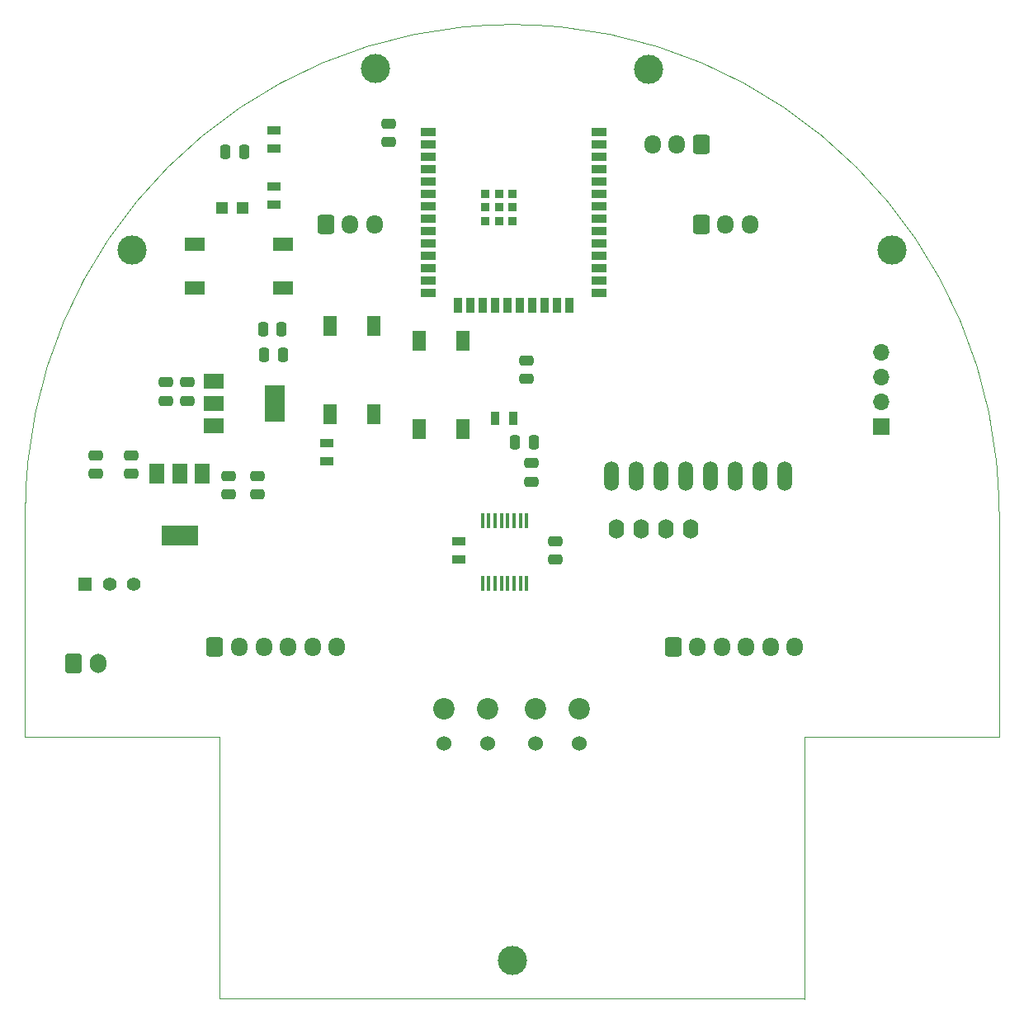
<source format=gbr>
%TF.GenerationSoftware,KiCad,Pcbnew,7.0.1*%
%TF.CreationDate,2023-08-15T21:04:50-03:00*%
%TF.ProjectId,BoverJr_PCBWAY,426f7665-724a-4725-9f50-43425741592e,rev?*%
%TF.SameCoordinates,Original*%
%TF.FileFunction,Soldermask,Top*%
%TF.FilePolarity,Negative*%
%FSLAX46Y46*%
G04 Gerber Fmt 4.6, Leading zero omitted, Abs format (unit mm)*
G04 Created by KiCad (PCBNEW 7.0.1) date 2023-08-15 21:04:50*
%MOMM*%
%LPD*%
G01*
G04 APERTURE LIST*
G04 Aperture macros list*
%AMRoundRect*
0 Rectangle with rounded corners*
0 $1 Rounding radius*
0 $2 $3 $4 $5 $6 $7 $8 $9 X,Y pos of 4 corners*
0 Add a 4 corners polygon primitive as box body*
4,1,4,$2,$3,$4,$5,$6,$7,$8,$9,$2,$3,0*
0 Add four circle primitives for the rounded corners*
1,1,$1+$1,$2,$3*
1,1,$1+$1,$4,$5*
1,1,$1+$1,$6,$7*
1,1,$1+$1,$8,$9*
0 Add four rect primitives between the rounded corners*
20,1,$1+$1,$2,$3,$4,$5,0*
20,1,$1+$1,$4,$5,$6,$7,0*
20,1,$1+$1,$6,$7,$8,$9,0*
20,1,$1+$1,$8,$9,$2,$3,0*%
G04 Aperture macros list end*
%ADD10R,0.889000X1.397000*%
%ADD11R,1.397000X0.889000*%
%ADD12RoundRect,0.250000X0.475000X-0.250000X0.475000X0.250000X-0.475000X0.250000X-0.475000X-0.250000X0*%
%ADD13RoundRect,0.250000X0.250000X0.475000X-0.250000X0.475000X-0.250000X-0.475000X0.250000X-0.475000X0*%
%ADD14RoundRect,0.250000X-0.600000X-0.725000X0.600000X-0.725000X0.600000X0.725000X-0.600000X0.725000X0*%
%ADD15O,1.700000X1.950000*%
%ADD16C,3.000000*%
%ADD17RoundRect,0.250000X-0.600000X-0.750000X0.600000X-0.750000X0.600000X0.750000X-0.600000X0.750000X0*%
%ADD18O,1.700000X2.000000*%
%ADD19R,1.198880X1.198880*%
%ADD20RoundRect,0.250000X-0.475000X0.250000X-0.475000X-0.250000X0.475000X-0.250000X0.475000X0.250000X0*%
%ADD21C,2.200000*%
%ADD22C,1.524000*%
%ADD23R,1.700000X1.700000*%
%ADD24O,1.700000X1.700000*%
%ADD25RoundRect,0.250000X0.600000X0.725000X-0.600000X0.725000X-0.600000X-0.725000X0.600000X-0.725000X0*%
%ADD26O,1.600000X2.000000*%
%ADD27R,2.000000X1.500000*%
%ADD28R,2.000000X3.800000*%
%ADD29RoundRect,0.250000X-0.250000X-0.475000X0.250000X-0.475000X0.250000X0.475000X-0.250000X0.475000X0*%
%ADD30R,0.300000X1.500000*%
%ADD31R,1.408000X1.408000*%
%ADD32C,1.408000*%
%ADD33O,1.508000X3.016000*%
%ADD34R,2.100000X1.400000*%
%ADD35R,1.500000X2.000000*%
%ADD36R,3.800000X2.000000*%
%ADD37R,1.400000X2.100000*%
%ADD38R,1.500000X0.900000*%
%ADD39R,0.900000X1.500000*%
%ADD40R,0.900000X0.900000*%
%TA.AperFunction,Profile*%
%ADD41C,0.100000*%
%TD*%
G04 APERTURE END LIST*
D10*
%TO.C,R8*%
X150127500Y-70250000D03*
X148222500Y-70250000D03*
%TD*%
D11*
%TO.C,R2*%
X131000000Y-72797500D03*
X131000000Y-74702500D03*
%TD*%
D12*
%TO.C,C14*%
X137350000Y-41900000D03*
X137350000Y-40000000D03*
%TD*%
D13*
%TO.C,C7*%
X126450000Y-63750000D03*
X124550000Y-63750000D03*
%TD*%
D14*
%TO.C,J1*%
X166500000Y-93750000D03*
D15*
X169000000Y-93750000D03*
X171500000Y-93750000D03*
X174000000Y-93750000D03*
X176500000Y-93750000D03*
X179000000Y-93750000D03*
%TD*%
D16*
%TO.C,*%
X111000000Y-52950000D03*
%TD*%
D17*
%TO.C,J10*%
X105000000Y-95400000D03*
D18*
X107500000Y-95400000D03*
%TD*%
D16*
%TO.C,*%
X189000000Y-52950000D03*
%TD*%
D19*
%TO.C,LED_ESP32*%
X122349020Y-48650000D03*
X120250980Y-48650000D03*
%TD*%
D20*
%TO.C,C3*%
X120900000Y-76150000D03*
X120900000Y-78050000D03*
%TD*%
D21*
%TO.C,J11*%
X147500000Y-100100000D03*
D22*
X147500000Y-103600000D03*
%TD*%
D23*
%TO.C,J3*%
X187875000Y-71100000D03*
D24*
X187875000Y-68560000D03*
X187875000Y-66020000D03*
X187875000Y-63480000D03*
%TD*%
D12*
%TO.C,C6*%
X116700000Y-68450000D03*
X116700000Y-66550000D03*
%TD*%
D21*
%TO.C,J7*%
X156900000Y-100100000D03*
D22*
X156900000Y-103600000D03*
%TD*%
D13*
%TO.C,C8*%
X126350000Y-61150000D03*
X124450000Y-61150000D03*
%TD*%
D25*
%TO.C,J8*%
X169400000Y-42175000D03*
D15*
X166900000Y-42175000D03*
X164400000Y-42175000D03*
%TD*%
D16*
%TO.C,*%
X136000000Y-34400000D03*
%TD*%
D14*
%TO.C,J4*%
X169400000Y-50350000D03*
D15*
X171900000Y-50350000D03*
X174400000Y-50350000D03*
%TD*%
D26*
%TO.C,OLED1*%
X160670000Y-81625000D03*
X163210000Y-81625000D03*
X165750000Y-81625000D03*
X168290000Y-81625000D03*
%TD*%
D27*
%TO.C,U7*%
X119350000Y-66450000D03*
X119350000Y-68750000D03*
D28*
X125650000Y-68750000D03*
D27*
X119350000Y-71050000D03*
%TD*%
D14*
%TO.C,J5*%
X130850000Y-50350000D03*
D15*
X133350000Y-50350000D03*
X135850000Y-50350000D03*
%TD*%
D20*
%TO.C,C13*%
X151500000Y-64325000D03*
X151500000Y-66225000D03*
%TD*%
D21*
%TO.C,J6*%
X152400000Y-100100000D03*
D22*
X152400000Y-103600000D03*
%TD*%
D29*
%TO.C,C9*%
X150300000Y-72750000D03*
X152200000Y-72750000D03*
%TD*%
D30*
%TO.C,U5*%
X146955000Y-87153000D03*
X147605000Y-87153000D03*
X148255000Y-87153000D03*
X148905000Y-87153000D03*
X149555000Y-87153000D03*
X150205000Y-87153000D03*
X150855000Y-87153000D03*
X151505000Y-87153000D03*
X151505000Y-80753000D03*
X150855000Y-80753000D03*
X150205000Y-80753000D03*
X149555000Y-80753000D03*
X148905000Y-80753000D03*
X148255000Y-80753000D03*
X147605000Y-80753000D03*
X146955000Y-80753000D03*
%TD*%
D20*
%TO.C,C10*%
X154400000Y-82850000D03*
X154400000Y-84750000D03*
%TD*%
D11*
%TO.C,R7*%
X125550000Y-42602500D03*
X125550000Y-40697500D03*
%TD*%
D31*
%TO.C,SW1*%
X106200000Y-87250000D03*
D32*
X108700000Y-87250000D03*
X111200000Y-87250000D03*
%TD*%
D20*
%TO.C,C11*%
X152000000Y-74850000D03*
X152000000Y-76750000D03*
%TD*%
D33*
%TO.C,U2*%
X160210000Y-76200000D03*
X162750000Y-76200000D03*
X165290000Y-76200000D03*
X167830000Y-76200000D03*
X170370000Y-76200000D03*
X172910000Y-76200000D03*
X175450000Y-76200000D03*
X177990000Y-76200000D03*
%TD*%
D11*
%TO.C,R3*%
X144540000Y-82857500D03*
X144540000Y-84762500D03*
%TD*%
D16*
%TO.C,*%
X150000000Y-125850000D03*
%TD*%
D34*
%TO.C,SW_EN1*%
X117400000Y-56900000D03*
X126500000Y-56900000D03*
X117400000Y-52400000D03*
X126500000Y-52400000D03*
%TD*%
D35*
%TO.C,U3*%
X118162000Y-75947000D03*
X115862000Y-75947000D03*
D36*
X115862000Y-82247000D03*
D35*
X113562000Y-75947000D03*
%TD*%
D37*
%TO.C,SW_START1*%
X135825000Y-69837500D03*
X135825000Y-60737500D03*
X131325000Y-69837500D03*
X131325000Y-60737500D03*
%TD*%
D11*
%TO.C,R1*%
X125550000Y-48352500D03*
X125550000Y-46447500D03*
%TD*%
D12*
%TO.C,C1*%
X107300000Y-75950000D03*
X107300000Y-74050000D03*
%TD*%
%TO.C,C5*%
X114450000Y-68450000D03*
X114450000Y-66550000D03*
%TD*%
D38*
%TO.C,U1*%
X141400000Y-42160000D03*
X141400000Y-44700000D03*
X141400000Y-45970000D03*
X141400000Y-43430000D03*
X141400000Y-47240000D03*
X141400000Y-48510000D03*
X141400000Y-49780000D03*
X141400000Y-51050000D03*
X141400000Y-52320000D03*
X141400000Y-53590000D03*
X141400000Y-54860000D03*
X141400000Y-56130000D03*
X141400000Y-57400000D03*
D39*
X145705000Y-58650000D03*
X154595000Y-58650000D03*
X155865000Y-58650000D03*
D38*
X158900000Y-57400000D03*
X158900000Y-56130000D03*
X158900000Y-54860000D03*
X158900000Y-53590000D03*
D39*
X146975000Y-58650000D03*
X148245000Y-58650000D03*
X149515000Y-58650000D03*
X150785000Y-58650000D03*
X152055000Y-58650000D03*
X153325000Y-58650000D03*
D38*
X158900000Y-52320000D03*
X158900000Y-51050000D03*
X158900000Y-42160000D03*
X158900000Y-49780000D03*
X158900000Y-43430000D03*
X158900000Y-45970000D03*
X158900000Y-44700000D03*
X158900000Y-47240000D03*
X141400000Y-40890000D03*
D39*
X144435000Y-58650000D03*
D40*
X147250000Y-47210000D03*
X147250000Y-48610000D03*
X147250000Y-50010000D03*
X148650000Y-47210000D03*
X148650000Y-48610000D03*
X148650000Y-50010000D03*
X150050000Y-47210000D03*
X150050000Y-48610000D03*
X150050000Y-50010000D03*
D38*
X158900000Y-40890000D03*
X158900000Y-48510000D03*
%TD*%
D12*
%TO.C,C4*%
X123900000Y-78050000D03*
X123900000Y-76150000D03*
%TD*%
%TO.C,C2*%
X110900000Y-75950000D03*
X110900000Y-74050000D03*
%TD*%
D14*
%TO.C,J2*%
X119500000Y-93750000D03*
D15*
X122000000Y-93750000D03*
X124500000Y-93750000D03*
X127000000Y-93750000D03*
X129500000Y-93750000D03*
X132000000Y-93750000D03*
%TD*%
D29*
%TO.C,C12*%
X120600000Y-42900000D03*
X122500000Y-42900000D03*
%TD*%
D37*
%TO.C,SW_BOOT1*%
X140425000Y-62275000D03*
X140425000Y-71375000D03*
X144925000Y-62275000D03*
X144925000Y-71375000D03*
%TD*%
D16*
%TO.C,*%
X164000000Y-34450000D03*
%TD*%
D22*
%TO.C,J9*%
X143000000Y-103600000D03*
D21*
X143000000Y-100100000D03*
%TD*%
D41*
X199950000Y-79800000D02*
G75*
G03*
X100050000Y-79800000I-49950000J0D01*
G01*
X120000000Y-129750000D02*
X120000000Y-102900000D01*
X180000000Y-102900000D02*
X200000000Y-102900000D01*
X180000000Y-129850000D02*
X180000000Y-102900000D01*
X120000000Y-102900000D02*
X100000000Y-102900000D01*
X100000000Y-102900000D02*
X100000000Y-79800000D01*
X200000000Y-102900000D02*
X200000000Y-79800000D01*
X120000000Y-129750000D02*
X180000000Y-129800000D01*
M02*

</source>
